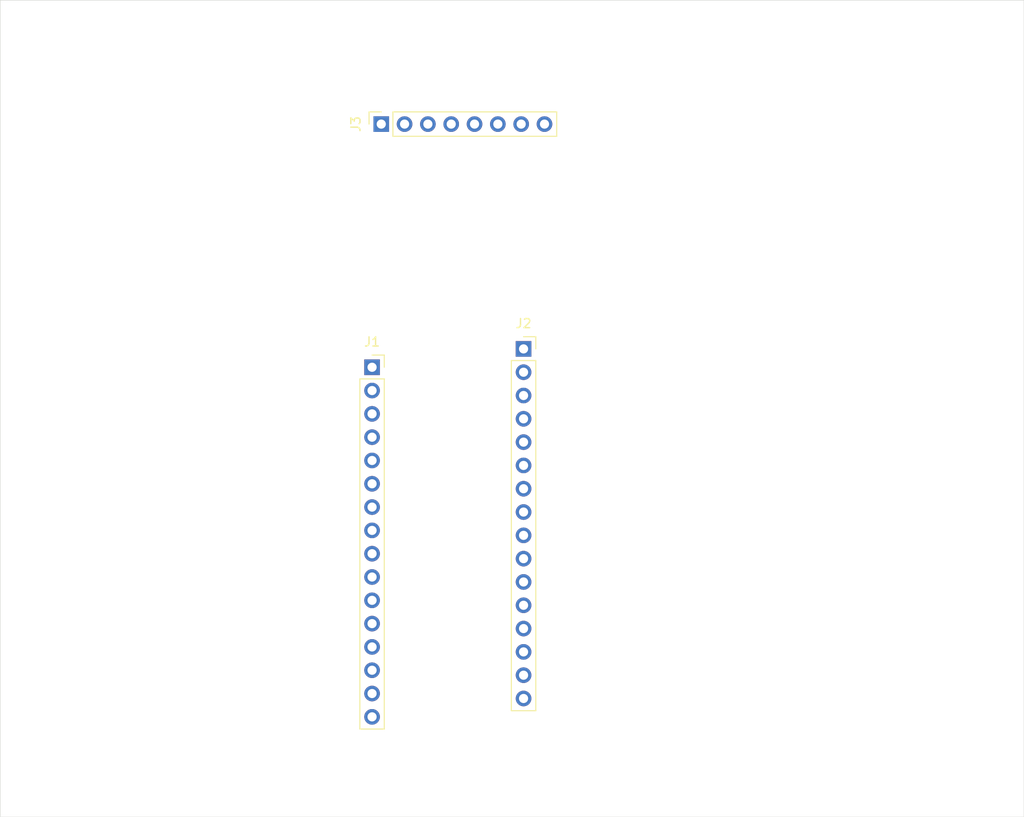
<source format=kicad_pcb>
(kicad_pcb (version 20241229) (generator "pcbnew") (generator_version "9.0")
  (layers (0 "F.Cu" signal) (2 "B.Cu" signal) (13 "F.Paste" user) (15 "B.Paste" user) (5 "F.SilkS" user "F.Silkscreen") (7 "B.SilkS" user "B.Silkscreen") (1 "F.Mask" user) (3 "B.Mask" user) (25 "Edge.Cuts" user))
  (net 0 "")
  (net 1 "3V3")
  (net 2 "N$6")
  (net 3 "GND")
  (net 4 "N$4")
  (net 5 "N$5")
  (net 6 "N$1")
  (net 7 "N$2")
  (net 8 "N$3")
  (footprint "Connector_PinSocket_2.54mm:PinSocket_1x16_P2.54mm_Vertical" (layer "F.Cu") (at 116.5 98)
    (property "Reference" "J2" (at 0 -2.77 0) (layer "F.SilkS"))
    (property "Value" "Conn_01x16")
    (fp_line (start -1.33 1.27) (end -1.33 39.43) (stroke (width 0.12)) (layer "F.SilkS"))
    (fp_line (start -1.33 1.27) (end 1.33 1.27) (stroke (width 0.12)) (layer "F.SilkS"))
    (fp_line (start -1.33 39.43) (end 1.33 39.43) (stroke (width 0.12)) (layer "F.SilkS"))
    (fp_line (start 0 -1.33) (end 1.33 -1.33) (stroke (width 0.12)) (layer "F.SilkS"))
    (fp_line (start 1.33 -1.33) (end 1.33 0) (stroke (width 0.12)) (layer "F.SilkS"))
    (fp_line (start 1.33 1.27) (end 1.33 39.43) (stroke (width 0.12)) (layer "F.SilkS"))
    (pad "1" thru_hole rect (at 0 0) (size 1.7 1.7) (drill 1) (layers "*.Cu" "*.Mask") (net 3 "GND"))
    (pad "2" thru_hole circle (at 0 2.54) (size 1.7 1.7) (drill 1) (layers "*.Cu" "*.Mask"))
    (pad "3" thru_hole circle (at 0 5.08) (size 1.7 1.7) (drill 1) (layers "*.Cu" "*.Mask") (net 6 "N$1"))
    (pad "4" thru_hole circle (at 0 7.62) (size 1.7 1.7) (drill 1) (layers "*.Cu" "*.Mask") (net 7 "N$2"))
    (pad "5" thru_hole circle (at 0 10.16) (size 1.7 1.7) (drill 1) (layers "*.Cu" "*.Mask") (net 4 "N$4"))
    (pad "6" thru_hole circle (at 0 12.7) (size 1.7 1.7) (drill 1) (layers "*.Cu" "*.Mask") (net 5 "N$5"))
    (pad "7" thru_hole circle (at 0 15.24) (size 1.7 1.7) (drill 1) (layers "*.Cu" "*.Mask") (net 8 "N$3"))
    (pad "8" thru_hole circle (at 0 17.78) (size 1.7 1.7) (drill 1) (layers "*.Cu" "*.Mask") (net 2 "N$6"))
    (pad "9" thru_hole circle (at 0 20.32) (size 1.7 1.7) (drill 1) (layers "*.Cu" "*.Mask") (net 3 "GND"))
    (pad "10" thru_hole circle (at 0 22.86) (size 1.7 1.7) (drill 1) (layers "*.Cu" "*.Mask"))
    (pad "11" thru_hole circle (at 0 25.4) (size 1.7 1.7) (drill 1) (layers "*.Cu" "*.Mask"))
    (pad "12" thru_hole circle (at 0 27.94) (size 1.7 1.7) (drill 1) (layers "*.Cu" "*.Mask"))
    (pad "13" thru_hole circle (at 0 30.48) (size 1.7 1.7) (drill 1) (layers "*.Cu" "*.Mask"))
    (pad "14" thru_hole circle (at 0 33.02) (size 1.7 1.7) (drill 1) (layers "*.Cu" "*.Mask"))
    (pad "15" thru_hole circle (at 0 35.56) (size 1.7 1.7) (drill 1) (layers "*.Cu" "*.Mask"))
    (pad "16" thru_hole circle (at 0 38.1) (size 1.7 1.7) (drill 1) (layers "*.Cu" "*.Mask") (net 3 "GND"))
  )
  (footprint "Connector_PinSocket_2.54mm:PinSocket_1x08_P2.54mm_Vertical" (layer "F.Cu") (at 101 73.5 90)
    (property "Reference" "J3" (at 0 -2.77 90) (layer "F.SilkS"))
    (property "Value" "Conn_01x08")
    (fp_line (start 1.33 -1.33) (end 1.33 0) (stroke (width 0.12)) (layer "F.SilkS"))
    (fp_line (start 0 -1.33) (end 1.33 -1.33) (stroke (width 0.12)) (layer "F.SilkS"))
    (fp_line (start 1.33 1.27) (end 1.33 19.11) (stroke (width 0.12)) (layer "F.SilkS"))
    (fp_line (start -1.33 1.27) (end 1.33 1.27) (stroke (width 0.12)) (layer "F.SilkS"))
    (fp_line (start -1.33 1.27) (end -1.33 19.11) (stroke (width 0.12)) (layer "F.SilkS"))
    (fp_line (start -1.33 19.11) (end 1.33 19.11) (stroke (width 0.12)) (layer "F.SilkS"))
    (pad "1" thru_hole rect (at 0 0 90) (size 1.7 1.7) (drill 1) (layers "*.Cu" "*.Mask") (net 3 "GND"))
    (pad "2" thru_hole circle (at 0 2.54 90) (size 1.7 1.7) (drill 1) (layers "*.Cu" "*.Mask") (net 1 "3V3"))
    (pad "3" thru_hole circle (at 0 5.08 90) (size 1.7 1.7) (drill 1) (layers "*.Cu" "*.Mask") (net 6 "N$1"))
    (pad "4" thru_hole circle (at 0 7.62 90) (size 1.7 1.7) (drill 1) (layers "*.Cu" "*.Mask") (net 7 "N$2"))
    (pad "5" thru_hole circle (at 0 10.16 90) (size 1.7 1.7) (drill 1) (layers "*.Cu" "*.Mask") (net 8 "N$3"))
    (pad "6" thru_hole circle (at 0 12.7 90) (size 1.7 1.7) (drill 1) (layers "*.Cu" "*.Mask") (net 4 "N$4"))
    (pad "7" thru_hole circle (at 0 15.24 90) (size 1.7 1.7) (drill 1) (layers "*.Cu" "*.Mask") (net 5 "N$5"))
    (pad "8" thru_hole circle (at 0 17.78 90) (size 1.7 1.7) (drill 1) (layers "*.Cu" "*.Mask") (net 2 "N$6"))
  )
  (footprint "Connector_PinSocket_2.54mm:PinSocket_1x16_P2.54mm_Vertical" (layer "F.Cu") (at 100 100)
    (property "Reference" "J1" (at 0 -2.77 0) (layer "F.SilkS"))
    (property "Value" "Conn_01x16")
    (fp_line (start -1.33 1.27) (end -1.33 39.43) (stroke (width 0.12)) (layer "F.SilkS"))
    (fp_line (start -1.33 1.27) (end 1.33 1.27) (stroke (width 0.12)) (layer "F.SilkS"))
    (fp_line (start -1.33 39.43) (end 1.33 39.43) (stroke (width 0.12)) (layer "F.SilkS"))
    (fp_line (start 0 -1.33) (end 1.33 -1.33) (stroke (width 0.12)) (layer "F.SilkS"))
    (fp_line (start 1.33 -1.33) (end 1.33 0) (stroke (width 0.12)) (layer "F.SilkS"))
    (fp_line (start 1.33 1.27) (end 1.33 39.43) (stroke (width 0.12)) (layer "F.SilkS"))
    (pad "1" thru_hole rect (at 0 0) (size 1.7 1.7) (drill 1) (layers "*.Cu" "*.Mask") (net 3 "GND"))
    (pad "2" thru_hole circle (at 0 2.54) (size 1.7 1.7) (drill 1) (layers "*.Cu" "*.Mask"))
    (pad "3" thru_hole circle (at 0 5.08) (size 1.7 1.7) (drill 1) (layers "*.Cu" "*.Mask"))
    (pad "4" thru_hole circle (at 0 7.62) (size 1.7 1.7) (drill 1) (layers "*.Cu" "*.Mask"))
    (pad "5" thru_hole circle (at 0 10.16) (size 1.7 1.7) (drill 1) (layers "*.Cu" "*.Mask"))
    (pad "6" thru_hole circle (at 0 12.7) (size 1.7 1.7) (drill 1) (layers "*.Cu" "*.Mask"))
    (pad "7" thru_hole circle (at 0 15.24) (size 1.7 1.7) (drill 1) (layers "*.Cu" "*.Mask") (net 3 "GND"))
    (pad "8" thru_hole circle (at 0 17.78) (size 1.7 1.7) (drill 1) (layers "*.Cu" "*.Mask"))
    (pad "9" thru_hole circle (at 0 20.32) (size 1.7 1.7) (drill 1) (layers "*.Cu" "*.Mask"))
    (pad "10" thru_hole circle (at 0 22.86) (size 1.7 1.7) (drill 1) (layers "*.Cu" "*.Mask"))
    (pad "11" thru_hole circle (at 0 25.4) (size 1.7 1.7) (drill 1) (layers "*.Cu" "*.Mask"))
    (pad "12" thru_hole circle (at 0 27.94) (size 1.7 1.7) (drill 1) (layers "*.Cu" "*.Mask"))
    (pad "13" thru_hole circle (at 0 30.48) (size 1.7 1.7) (drill 1) (layers "*.Cu" "*.Mask") (net 1 "3V3"))
    (pad "14" thru_hole circle (at 0 33.02) (size 1.7 1.7) (drill 1) (layers "*.Cu" "*.Mask") (net 3 "GND"))
    (pad "15" thru_hole circle (at 0 35.56) (size 1.7 1.7) (drill 1) (layers "*.Cu" "*.Mask"))
    (pad "16" thru_hole circle (at 0 38.1) (size 1.7 1.7) (drill 1) (layers "*.Cu" "*.Mask"))
  )
  (gr_rect (start 59.5 60) (end 171 149) (stroke (width 0.05)) (fill no) (layer "Edge.Cuts"))
)
</source>
